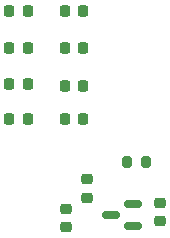
<source format=gbr>
%TF.GenerationSoftware,KiCad,Pcbnew,8.0.5*%
%TF.CreationDate,2024-09-30T19:38:02-05:00*%
%TF.ProjectId,HornProject_v0.0,486f726e-5072-46f6-9a65-63745f76302e,0.0*%
%TF.SameCoordinates,Original*%
%TF.FileFunction,Paste,Top*%
%TF.FilePolarity,Positive*%
%FSLAX46Y46*%
G04 Gerber Fmt 4.6, Leading zero omitted, Abs format (unit mm)*
G04 Created by KiCad (PCBNEW 8.0.5) date 2024-09-30 19:38:02*
%MOMM*%
%LPD*%
G01*
G04 APERTURE LIST*
G04 Aperture macros list*
%AMRoundRect*
0 Rectangle with rounded corners*
0 $1 Rounding radius*
0 $2 $3 $4 $5 $6 $7 $8 $9 X,Y pos of 4 corners*
0 Add a 4 corners polygon primitive as box body*
4,1,4,$2,$3,$4,$5,$6,$7,$8,$9,$2,$3,0*
0 Add four circle primitives for the rounded corners*
1,1,$1+$1,$2,$3*
1,1,$1+$1,$4,$5*
1,1,$1+$1,$6,$7*
1,1,$1+$1,$8,$9*
0 Add four rect primitives between the rounded corners*
20,1,$1+$1,$2,$3,$4,$5,0*
20,1,$1+$1,$4,$5,$6,$7,0*
20,1,$1+$1,$6,$7,$8,$9,0*
20,1,$1+$1,$8,$9,$2,$3,0*%
G04 Aperture macros list end*
%ADD10RoundRect,0.225000X0.225000X0.250000X-0.225000X0.250000X-0.225000X-0.250000X0.225000X-0.250000X0*%
%ADD11RoundRect,0.225000X0.250000X-0.225000X0.250000X0.225000X-0.250000X0.225000X-0.250000X-0.225000X0*%
%ADD12RoundRect,0.218750X0.256250X-0.218750X0.256250X0.218750X-0.256250X0.218750X-0.256250X-0.218750X0*%
%ADD13RoundRect,0.218750X-0.256250X0.218750X-0.256250X-0.218750X0.256250X-0.218750X0.256250X0.218750X0*%
%ADD14RoundRect,0.225000X-0.225000X-0.250000X0.225000X-0.250000X0.225000X0.250000X-0.225000X0.250000X0*%
%ADD15RoundRect,0.200000X-0.200000X-0.275000X0.200000X-0.275000X0.200000X0.275000X-0.200000X0.275000X0*%
%ADD16RoundRect,0.150000X0.587500X0.150000X-0.587500X0.150000X-0.587500X-0.150000X0.587500X-0.150000X0*%
G04 APERTURE END LIST*
D10*
%TO.C,C4*%
X49875000Y-46400000D03*
X48325000Y-46400000D03*
%TD*%
D11*
%TO.C,C1*%
X61100000Y-57975000D03*
X61100000Y-56425000D03*
%TD*%
D12*
%TO.C,F1*%
X54900000Y-55987500D03*
X54900000Y-54412500D03*
%TD*%
D13*
%TO.C,F2*%
X53100000Y-56912500D03*
X53100000Y-58487500D03*
%TD*%
D14*
%TO.C,C8*%
X53000000Y-49320000D03*
X54550000Y-49320000D03*
%TD*%
D15*
%TO.C,R1*%
X58275000Y-53000000D03*
X59925000Y-53000000D03*
%TD*%
D10*
%TO.C,C5*%
X49875000Y-49300000D03*
X48325000Y-49300000D03*
%TD*%
%TO.C,C9*%
X54550000Y-40220000D03*
X53000000Y-40220000D03*
%TD*%
D16*
%TO.C,MOSFETT1*%
X58775000Y-58400000D03*
X58775000Y-56500000D03*
X56900000Y-57450000D03*
%TD*%
D14*
%TO.C,C7*%
X53000000Y-46520000D03*
X54550000Y-46520000D03*
%TD*%
D10*
%TO.C,C3*%
X49875000Y-43300000D03*
X48325000Y-43300000D03*
%TD*%
D14*
%TO.C,C6*%
X53000000Y-43320000D03*
X54550000Y-43320000D03*
%TD*%
%TO.C,C2*%
X48325000Y-40200000D03*
X49875000Y-40200000D03*
%TD*%
M02*

</source>
